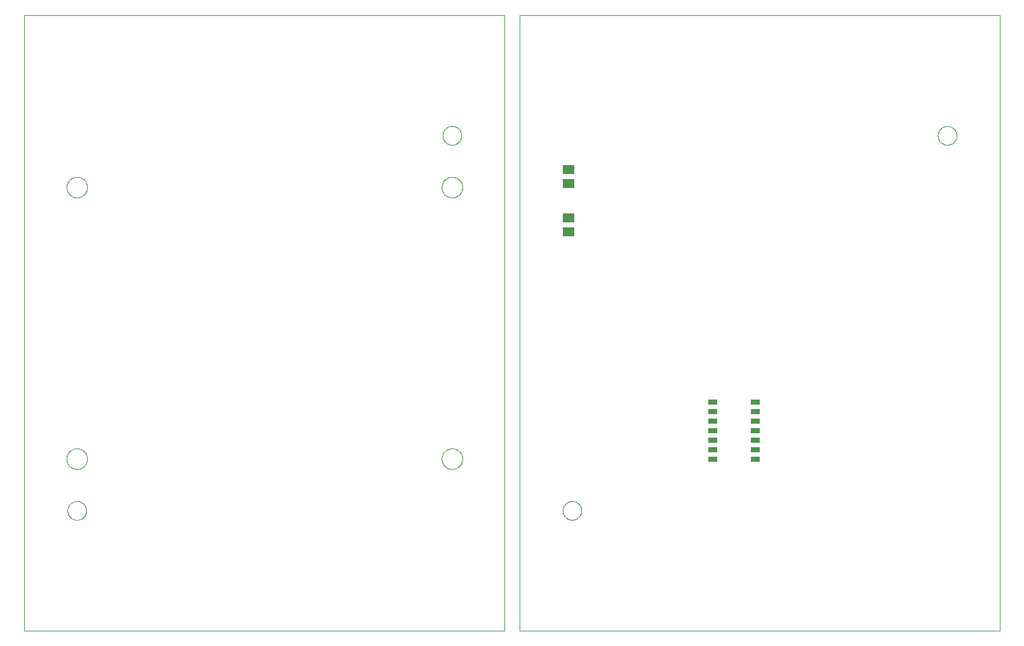
<source format=gbp>
G75*
%MOIN*%
%OFA0B0*%
%FSLAX25Y25*%
%IPPOS*%
%LPD*%
%AMOC8*
5,1,8,0,0,1.08239X$1,22.5*
%
%ADD10C,0.00000*%
%ADD11R,0.05000X0.02500*%
%ADD12R,0.05906X0.05118*%
D10*
X0001300Y0011772D02*
X0001300Y0334606D01*
X0253269Y0334606D01*
X0253269Y0011772D01*
X0001300Y0011772D01*
X0023938Y0074764D02*
X0023940Y0074904D01*
X0023946Y0075044D01*
X0023956Y0075183D01*
X0023970Y0075322D01*
X0023988Y0075461D01*
X0024009Y0075599D01*
X0024035Y0075737D01*
X0024065Y0075874D01*
X0024098Y0076009D01*
X0024136Y0076144D01*
X0024177Y0076278D01*
X0024222Y0076411D01*
X0024270Y0076542D01*
X0024323Y0076671D01*
X0024379Y0076800D01*
X0024438Y0076926D01*
X0024502Y0077051D01*
X0024568Y0077174D01*
X0024639Y0077295D01*
X0024712Y0077414D01*
X0024789Y0077531D01*
X0024870Y0077645D01*
X0024953Y0077757D01*
X0025040Y0077867D01*
X0025130Y0077975D01*
X0025222Y0078079D01*
X0025318Y0078181D01*
X0025417Y0078281D01*
X0025518Y0078377D01*
X0025622Y0078471D01*
X0025729Y0078561D01*
X0025838Y0078648D01*
X0025950Y0078733D01*
X0026064Y0078814D01*
X0026180Y0078892D01*
X0026298Y0078966D01*
X0026419Y0079037D01*
X0026541Y0079105D01*
X0026666Y0079169D01*
X0026792Y0079230D01*
X0026919Y0079287D01*
X0027049Y0079340D01*
X0027180Y0079390D01*
X0027312Y0079435D01*
X0027445Y0079478D01*
X0027580Y0079516D01*
X0027715Y0079550D01*
X0027852Y0079581D01*
X0027989Y0079608D01*
X0028127Y0079630D01*
X0028266Y0079649D01*
X0028405Y0079664D01*
X0028544Y0079675D01*
X0028684Y0079682D01*
X0028824Y0079685D01*
X0028964Y0079684D01*
X0029104Y0079679D01*
X0029243Y0079670D01*
X0029383Y0079657D01*
X0029522Y0079640D01*
X0029660Y0079619D01*
X0029798Y0079595D01*
X0029935Y0079566D01*
X0030071Y0079534D01*
X0030206Y0079497D01*
X0030340Y0079457D01*
X0030473Y0079413D01*
X0030604Y0079365D01*
X0030734Y0079314D01*
X0030863Y0079259D01*
X0030990Y0079200D01*
X0031115Y0079137D01*
X0031238Y0079072D01*
X0031360Y0079002D01*
X0031479Y0078929D01*
X0031597Y0078853D01*
X0031712Y0078774D01*
X0031825Y0078691D01*
X0031935Y0078605D01*
X0032043Y0078516D01*
X0032148Y0078424D01*
X0032251Y0078329D01*
X0032351Y0078231D01*
X0032448Y0078131D01*
X0032542Y0078027D01*
X0032634Y0077921D01*
X0032722Y0077813D01*
X0032807Y0077702D01*
X0032889Y0077588D01*
X0032968Y0077472D01*
X0033043Y0077355D01*
X0033115Y0077235D01*
X0033183Y0077113D01*
X0033248Y0076989D01*
X0033310Y0076863D01*
X0033368Y0076736D01*
X0033422Y0076607D01*
X0033473Y0076476D01*
X0033519Y0076344D01*
X0033562Y0076211D01*
X0033602Y0076077D01*
X0033637Y0075942D01*
X0033669Y0075805D01*
X0033696Y0075668D01*
X0033720Y0075530D01*
X0033740Y0075392D01*
X0033756Y0075253D01*
X0033768Y0075113D01*
X0033776Y0074974D01*
X0033780Y0074834D01*
X0033780Y0074694D01*
X0033776Y0074554D01*
X0033768Y0074415D01*
X0033756Y0074275D01*
X0033740Y0074136D01*
X0033720Y0073998D01*
X0033696Y0073860D01*
X0033669Y0073723D01*
X0033637Y0073586D01*
X0033602Y0073451D01*
X0033562Y0073317D01*
X0033519Y0073184D01*
X0033473Y0073052D01*
X0033422Y0072921D01*
X0033368Y0072792D01*
X0033310Y0072665D01*
X0033248Y0072539D01*
X0033183Y0072415D01*
X0033115Y0072293D01*
X0033043Y0072173D01*
X0032968Y0072056D01*
X0032889Y0071940D01*
X0032807Y0071826D01*
X0032722Y0071715D01*
X0032634Y0071607D01*
X0032542Y0071501D01*
X0032448Y0071397D01*
X0032351Y0071297D01*
X0032251Y0071199D01*
X0032148Y0071104D01*
X0032043Y0071012D01*
X0031935Y0070923D01*
X0031825Y0070837D01*
X0031712Y0070754D01*
X0031597Y0070675D01*
X0031479Y0070599D01*
X0031360Y0070526D01*
X0031238Y0070456D01*
X0031115Y0070391D01*
X0030990Y0070328D01*
X0030863Y0070269D01*
X0030734Y0070214D01*
X0030604Y0070163D01*
X0030473Y0070115D01*
X0030340Y0070071D01*
X0030206Y0070031D01*
X0030071Y0069994D01*
X0029935Y0069962D01*
X0029798Y0069933D01*
X0029660Y0069909D01*
X0029522Y0069888D01*
X0029383Y0069871D01*
X0029243Y0069858D01*
X0029104Y0069849D01*
X0028964Y0069844D01*
X0028824Y0069843D01*
X0028684Y0069846D01*
X0028544Y0069853D01*
X0028405Y0069864D01*
X0028266Y0069879D01*
X0028127Y0069898D01*
X0027989Y0069920D01*
X0027852Y0069947D01*
X0027715Y0069978D01*
X0027580Y0070012D01*
X0027445Y0070050D01*
X0027312Y0070093D01*
X0027180Y0070138D01*
X0027049Y0070188D01*
X0026919Y0070241D01*
X0026792Y0070298D01*
X0026666Y0070359D01*
X0026541Y0070423D01*
X0026419Y0070491D01*
X0026298Y0070562D01*
X0026180Y0070636D01*
X0026064Y0070714D01*
X0025950Y0070795D01*
X0025838Y0070880D01*
X0025729Y0070967D01*
X0025622Y0071057D01*
X0025518Y0071151D01*
X0025417Y0071247D01*
X0025318Y0071347D01*
X0025222Y0071449D01*
X0025130Y0071553D01*
X0025040Y0071661D01*
X0024953Y0071771D01*
X0024870Y0071883D01*
X0024789Y0071997D01*
X0024712Y0072114D01*
X0024639Y0072233D01*
X0024568Y0072354D01*
X0024502Y0072477D01*
X0024438Y0072602D01*
X0024379Y0072728D01*
X0024323Y0072857D01*
X0024270Y0072986D01*
X0024222Y0073117D01*
X0024177Y0073250D01*
X0024136Y0073384D01*
X0024098Y0073519D01*
X0024065Y0073654D01*
X0024035Y0073791D01*
X0024009Y0073929D01*
X0023988Y0074067D01*
X0023970Y0074206D01*
X0023956Y0074345D01*
X0023946Y0074484D01*
X0023940Y0074624D01*
X0023938Y0074764D01*
X0023446Y0101929D02*
X0023448Y0102076D01*
X0023454Y0102222D01*
X0023464Y0102368D01*
X0023478Y0102514D01*
X0023496Y0102660D01*
X0023517Y0102805D01*
X0023543Y0102949D01*
X0023573Y0103093D01*
X0023606Y0103235D01*
X0023643Y0103377D01*
X0023684Y0103518D01*
X0023729Y0103657D01*
X0023778Y0103796D01*
X0023830Y0103933D01*
X0023887Y0104068D01*
X0023946Y0104202D01*
X0024010Y0104334D01*
X0024077Y0104464D01*
X0024147Y0104593D01*
X0024221Y0104720D01*
X0024298Y0104844D01*
X0024379Y0104967D01*
X0024463Y0105087D01*
X0024550Y0105205D01*
X0024640Y0105320D01*
X0024733Y0105433D01*
X0024830Y0105544D01*
X0024929Y0105652D01*
X0025031Y0105757D01*
X0025136Y0105859D01*
X0025244Y0105958D01*
X0025355Y0106055D01*
X0025468Y0106148D01*
X0025583Y0106238D01*
X0025701Y0106325D01*
X0025821Y0106409D01*
X0025944Y0106490D01*
X0026068Y0106567D01*
X0026195Y0106641D01*
X0026324Y0106711D01*
X0026454Y0106778D01*
X0026586Y0106842D01*
X0026720Y0106901D01*
X0026855Y0106958D01*
X0026992Y0107010D01*
X0027131Y0107059D01*
X0027270Y0107104D01*
X0027411Y0107145D01*
X0027553Y0107182D01*
X0027695Y0107215D01*
X0027839Y0107245D01*
X0027983Y0107271D01*
X0028128Y0107292D01*
X0028274Y0107310D01*
X0028420Y0107324D01*
X0028566Y0107334D01*
X0028712Y0107340D01*
X0028859Y0107342D01*
X0029006Y0107340D01*
X0029152Y0107334D01*
X0029298Y0107324D01*
X0029444Y0107310D01*
X0029590Y0107292D01*
X0029735Y0107271D01*
X0029879Y0107245D01*
X0030023Y0107215D01*
X0030165Y0107182D01*
X0030307Y0107145D01*
X0030448Y0107104D01*
X0030587Y0107059D01*
X0030726Y0107010D01*
X0030863Y0106958D01*
X0030998Y0106901D01*
X0031132Y0106842D01*
X0031264Y0106778D01*
X0031394Y0106711D01*
X0031523Y0106641D01*
X0031650Y0106567D01*
X0031774Y0106490D01*
X0031897Y0106409D01*
X0032017Y0106325D01*
X0032135Y0106238D01*
X0032250Y0106148D01*
X0032363Y0106055D01*
X0032474Y0105958D01*
X0032582Y0105859D01*
X0032687Y0105757D01*
X0032789Y0105652D01*
X0032888Y0105544D01*
X0032985Y0105433D01*
X0033078Y0105320D01*
X0033168Y0105205D01*
X0033255Y0105087D01*
X0033339Y0104967D01*
X0033420Y0104844D01*
X0033497Y0104720D01*
X0033571Y0104593D01*
X0033641Y0104464D01*
X0033708Y0104334D01*
X0033772Y0104202D01*
X0033831Y0104068D01*
X0033888Y0103933D01*
X0033940Y0103796D01*
X0033989Y0103657D01*
X0034034Y0103518D01*
X0034075Y0103377D01*
X0034112Y0103235D01*
X0034145Y0103093D01*
X0034175Y0102949D01*
X0034201Y0102805D01*
X0034222Y0102660D01*
X0034240Y0102514D01*
X0034254Y0102368D01*
X0034264Y0102222D01*
X0034270Y0102076D01*
X0034272Y0101929D01*
X0034270Y0101782D01*
X0034264Y0101636D01*
X0034254Y0101490D01*
X0034240Y0101344D01*
X0034222Y0101198D01*
X0034201Y0101053D01*
X0034175Y0100909D01*
X0034145Y0100765D01*
X0034112Y0100623D01*
X0034075Y0100481D01*
X0034034Y0100340D01*
X0033989Y0100201D01*
X0033940Y0100062D01*
X0033888Y0099925D01*
X0033831Y0099790D01*
X0033772Y0099656D01*
X0033708Y0099524D01*
X0033641Y0099394D01*
X0033571Y0099265D01*
X0033497Y0099138D01*
X0033420Y0099014D01*
X0033339Y0098891D01*
X0033255Y0098771D01*
X0033168Y0098653D01*
X0033078Y0098538D01*
X0032985Y0098425D01*
X0032888Y0098314D01*
X0032789Y0098206D01*
X0032687Y0098101D01*
X0032582Y0097999D01*
X0032474Y0097900D01*
X0032363Y0097803D01*
X0032250Y0097710D01*
X0032135Y0097620D01*
X0032017Y0097533D01*
X0031897Y0097449D01*
X0031774Y0097368D01*
X0031650Y0097291D01*
X0031523Y0097217D01*
X0031394Y0097147D01*
X0031264Y0097080D01*
X0031132Y0097016D01*
X0030998Y0096957D01*
X0030863Y0096900D01*
X0030726Y0096848D01*
X0030587Y0096799D01*
X0030448Y0096754D01*
X0030307Y0096713D01*
X0030165Y0096676D01*
X0030023Y0096643D01*
X0029879Y0096613D01*
X0029735Y0096587D01*
X0029590Y0096566D01*
X0029444Y0096548D01*
X0029298Y0096534D01*
X0029152Y0096524D01*
X0029006Y0096518D01*
X0028859Y0096516D01*
X0028712Y0096518D01*
X0028566Y0096524D01*
X0028420Y0096534D01*
X0028274Y0096548D01*
X0028128Y0096566D01*
X0027983Y0096587D01*
X0027839Y0096613D01*
X0027695Y0096643D01*
X0027553Y0096676D01*
X0027411Y0096713D01*
X0027270Y0096754D01*
X0027131Y0096799D01*
X0026992Y0096848D01*
X0026855Y0096900D01*
X0026720Y0096957D01*
X0026586Y0097016D01*
X0026454Y0097080D01*
X0026324Y0097147D01*
X0026195Y0097217D01*
X0026068Y0097291D01*
X0025944Y0097368D01*
X0025821Y0097449D01*
X0025701Y0097533D01*
X0025583Y0097620D01*
X0025468Y0097710D01*
X0025355Y0097803D01*
X0025244Y0097900D01*
X0025136Y0097999D01*
X0025031Y0098101D01*
X0024929Y0098206D01*
X0024830Y0098314D01*
X0024733Y0098425D01*
X0024640Y0098538D01*
X0024550Y0098653D01*
X0024463Y0098771D01*
X0024379Y0098891D01*
X0024298Y0099014D01*
X0024221Y0099138D01*
X0024147Y0099265D01*
X0024077Y0099394D01*
X0024010Y0099524D01*
X0023946Y0099656D01*
X0023887Y0099790D01*
X0023830Y0099925D01*
X0023778Y0100062D01*
X0023729Y0100201D01*
X0023684Y0100340D01*
X0023643Y0100481D01*
X0023606Y0100623D01*
X0023573Y0100765D01*
X0023543Y0100909D01*
X0023517Y0101053D01*
X0023496Y0101198D01*
X0023478Y0101344D01*
X0023464Y0101490D01*
X0023454Y0101636D01*
X0023448Y0101782D01*
X0023446Y0101929D01*
X0220296Y0101929D02*
X0220298Y0102076D01*
X0220304Y0102222D01*
X0220314Y0102368D01*
X0220328Y0102514D01*
X0220346Y0102660D01*
X0220367Y0102805D01*
X0220393Y0102949D01*
X0220423Y0103093D01*
X0220456Y0103235D01*
X0220493Y0103377D01*
X0220534Y0103518D01*
X0220579Y0103657D01*
X0220628Y0103796D01*
X0220680Y0103933D01*
X0220737Y0104068D01*
X0220796Y0104202D01*
X0220860Y0104334D01*
X0220927Y0104464D01*
X0220997Y0104593D01*
X0221071Y0104720D01*
X0221148Y0104844D01*
X0221229Y0104967D01*
X0221313Y0105087D01*
X0221400Y0105205D01*
X0221490Y0105320D01*
X0221583Y0105433D01*
X0221680Y0105544D01*
X0221779Y0105652D01*
X0221881Y0105757D01*
X0221986Y0105859D01*
X0222094Y0105958D01*
X0222205Y0106055D01*
X0222318Y0106148D01*
X0222433Y0106238D01*
X0222551Y0106325D01*
X0222671Y0106409D01*
X0222794Y0106490D01*
X0222918Y0106567D01*
X0223045Y0106641D01*
X0223174Y0106711D01*
X0223304Y0106778D01*
X0223436Y0106842D01*
X0223570Y0106901D01*
X0223705Y0106958D01*
X0223842Y0107010D01*
X0223981Y0107059D01*
X0224120Y0107104D01*
X0224261Y0107145D01*
X0224403Y0107182D01*
X0224545Y0107215D01*
X0224689Y0107245D01*
X0224833Y0107271D01*
X0224978Y0107292D01*
X0225124Y0107310D01*
X0225270Y0107324D01*
X0225416Y0107334D01*
X0225562Y0107340D01*
X0225709Y0107342D01*
X0225856Y0107340D01*
X0226002Y0107334D01*
X0226148Y0107324D01*
X0226294Y0107310D01*
X0226440Y0107292D01*
X0226585Y0107271D01*
X0226729Y0107245D01*
X0226873Y0107215D01*
X0227015Y0107182D01*
X0227157Y0107145D01*
X0227298Y0107104D01*
X0227437Y0107059D01*
X0227576Y0107010D01*
X0227713Y0106958D01*
X0227848Y0106901D01*
X0227982Y0106842D01*
X0228114Y0106778D01*
X0228244Y0106711D01*
X0228373Y0106641D01*
X0228500Y0106567D01*
X0228624Y0106490D01*
X0228747Y0106409D01*
X0228867Y0106325D01*
X0228985Y0106238D01*
X0229100Y0106148D01*
X0229213Y0106055D01*
X0229324Y0105958D01*
X0229432Y0105859D01*
X0229537Y0105757D01*
X0229639Y0105652D01*
X0229738Y0105544D01*
X0229835Y0105433D01*
X0229928Y0105320D01*
X0230018Y0105205D01*
X0230105Y0105087D01*
X0230189Y0104967D01*
X0230270Y0104844D01*
X0230347Y0104720D01*
X0230421Y0104593D01*
X0230491Y0104464D01*
X0230558Y0104334D01*
X0230622Y0104202D01*
X0230681Y0104068D01*
X0230738Y0103933D01*
X0230790Y0103796D01*
X0230839Y0103657D01*
X0230884Y0103518D01*
X0230925Y0103377D01*
X0230962Y0103235D01*
X0230995Y0103093D01*
X0231025Y0102949D01*
X0231051Y0102805D01*
X0231072Y0102660D01*
X0231090Y0102514D01*
X0231104Y0102368D01*
X0231114Y0102222D01*
X0231120Y0102076D01*
X0231122Y0101929D01*
X0231120Y0101782D01*
X0231114Y0101636D01*
X0231104Y0101490D01*
X0231090Y0101344D01*
X0231072Y0101198D01*
X0231051Y0101053D01*
X0231025Y0100909D01*
X0230995Y0100765D01*
X0230962Y0100623D01*
X0230925Y0100481D01*
X0230884Y0100340D01*
X0230839Y0100201D01*
X0230790Y0100062D01*
X0230738Y0099925D01*
X0230681Y0099790D01*
X0230622Y0099656D01*
X0230558Y0099524D01*
X0230491Y0099394D01*
X0230421Y0099265D01*
X0230347Y0099138D01*
X0230270Y0099014D01*
X0230189Y0098891D01*
X0230105Y0098771D01*
X0230018Y0098653D01*
X0229928Y0098538D01*
X0229835Y0098425D01*
X0229738Y0098314D01*
X0229639Y0098206D01*
X0229537Y0098101D01*
X0229432Y0097999D01*
X0229324Y0097900D01*
X0229213Y0097803D01*
X0229100Y0097710D01*
X0228985Y0097620D01*
X0228867Y0097533D01*
X0228747Y0097449D01*
X0228624Y0097368D01*
X0228500Y0097291D01*
X0228373Y0097217D01*
X0228244Y0097147D01*
X0228114Y0097080D01*
X0227982Y0097016D01*
X0227848Y0096957D01*
X0227713Y0096900D01*
X0227576Y0096848D01*
X0227437Y0096799D01*
X0227298Y0096754D01*
X0227157Y0096713D01*
X0227015Y0096676D01*
X0226873Y0096643D01*
X0226729Y0096613D01*
X0226585Y0096587D01*
X0226440Y0096566D01*
X0226294Y0096548D01*
X0226148Y0096534D01*
X0226002Y0096524D01*
X0225856Y0096518D01*
X0225709Y0096516D01*
X0225562Y0096518D01*
X0225416Y0096524D01*
X0225270Y0096534D01*
X0225124Y0096548D01*
X0224978Y0096566D01*
X0224833Y0096587D01*
X0224689Y0096613D01*
X0224545Y0096643D01*
X0224403Y0096676D01*
X0224261Y0096713D01*
X0224120Y0096754D01*
X0223981Y0096799D01*
X0223842Y0096848D01*
X0223705Y0096900D01*
X0223570Y0096957D01*
X0223436Y0097016D01*
X0223304Y0097080D01*
X0223174Y0097147D01*
X0223045Y0097217D01*
X0222918Y0097291D01*
X0222794Y0097368D01*
X0222671Y0097449D01*
X0222551Y0097533D01*
X0222433Y0097620D01*
X0222318Y0097710D01*
X0222205Y0097803D01*
X0222094Y0097900D01*
X0221986Y0097999D01*
X0221881Y0098101D01*
X0221779Y0098206D01*
X0221680Y0098314D01*
X0221583Y0098425D01*
X0221490Y0098538D01*
X0221400Y0098653D01*
X0221313Y0098771D01*
X0221229Y0098891D01*
X0221148Y0099014D01*
X0221071Y0099138D01*
X0220997Y0099265D01*
X0220927Y0099394D01*
X0220860Y0099524D01*
X0220796Y0099656D01*
X0220737Y0099790D01*
X0220680Y0099925D01*
X0220628Y0100062D01*
X0220579Y0100201D01*
X0220534Y0100340D01*
X0220493Y0100481D01*
X0220456Y0100623D01*
X0220423Y0100765D01*
X0220393Y0100909D01*
X0220367Y0101053D01*
X0220346Y0101198D01*
X0220328Y0101344D01*
X0220314Y0101490D01*
X0220304Y0101636D01*
X0220298Y0101782D01*
X0220296Y0101929D01*
X0283781Y0074764D02*
X0283783Y0074904D01*
X0283789Y0075044D01*
X0283799Y0075183D01*
X0283813Y0075322D01*
X0283831Y0075461D01*
X0283852Y0075599D01*
X0283878Y0075737D01*
X0283908Y0075874D01*
X0283941Y0076009D01*
X0283979Y0076144D01*
X0284020Y0076278D01*
X0284065Y0076411D01*
X0284113Y0076542D01*
X0284166Y0076671D01*
X0284222Y0076800D01*
X0284281Y0076926D01*
X0284345Y0077051D01*
X0284411Y0077174D01*
X0284482Y0077295D01*
X0284555Y0077414D01*
X0284632Y0077531D01*
X0284713Y0077645D01*
X0284796Y0077757D01*
X0284883Y0077867D01*
X0284973Y0077975D01*
X0285065Y0078079D01*
X0285161Y0078181D01*
X0285260Y0078281D01*
X0285361Y0078377D01*
X0285465Y0078471D01*
X0285572Y0078561D01*
X0285681Y0078648D01*
X0285793Y0078733D01*
X0285907Y0078814D01*
X0286023Y0078892D01*
X0286141Y0078966D01*
X0286262Y0079037D01*
X0286384Y0079105D01*
X0286509Y0079169D01*
X0286635Y0079230D01*
X0286762Y0079287D01*
X0286892Y0079340D01*
X0287023Y0079390D01*
X0287155Y0079435D01*
X0287288Y0079478D01*
X0287423Y0079516D01*
X0287558Y0079550D01*
X0287695Y0079581D01*
X0287832Y0079608D01*
X0287970Y0079630D01*
X0288109Y0079649D01*
X0288248Y0079664D01*
X0288387Y0079675D01*
X0288527Y0079682D01*
X0288667Y0079685D01*
X0288807Y0079684D01*
X0288947Y0079679D01*
X0289086Y0079670D01*
X0289226Y0079657D01*
X0289365Y0079640D01*
X0289503Y0079619D01*
X0289641Y0079595D01*
X0289778Y0079566D01*
X0289914Y0079534D01*
X0290049Y0079497D01*
X0290183Y0079457D01*
X0290316Y0079413D01*
X0290447Y0079365D01*
X0290577Y0079314D01*
X0290706Y0079259D01*
X0290833Y0079200D01*
X0290958Y0079137D01*
X0291081Y0079072D01*
X0291203Y0079002D01*
X0291322Y0078929D01*
X0291440Y0078853D01*
X0291555Y0078774D01*
X0291668Y0078691D01*
X0291778Y0078605D01*
X0291886Y0078516D01*
X0291991Y0078424D01*
X0292094Y0078329D01*
X0292194Y0078231D01*
X0292291Y0078131D01*
X0292385Y0078027D01*
X0292477Y0077921D01*
X0292565Y0077813D01*
X0292650Y0077702D01*
X0292732Y0077588D01*
X0292811Y0077472D01*
X0292886Y0077355D01*
X0292958Y0077235D01*
X0293026Y0077113D01*
X0293091Y0076989D01*
X0293153Y0076863D01*
X0293211Y0076736D01*
X0293265Y0076607D01*
X0293316Y0076476D01*
X0293362Y0076344D01*
X0293405Y0076211D01*
X0293445Y0076077D01*
X0293480Y0075942D01*
X0293512Y0075805D01*
X0293539Y0075668D01*
X0293563Y0075530D01*
X0293583Y0075392D01*
X0293599Y0075253D01*
X0293611Y0075113D01*
X0293619Y0074974D01*
X0293623Y0074834D01*
X0293623Y0074694D01*
X0293619Y0074554D01*
X0293611Y0074415D01*
X0293599Y0074275D01*
X0293583Y0074136D01*
X0293563Y0073998D01*
X0293539Y0073860D01*
X0293512Y0073723D01*
X0293480Y0073586D01*
X0293445Y0073451D01*
X0293405Y0073317D01*
X0293362Y0073184D01*
X0293316Y0073052D01*
X0293265Y0072921D01*
X0293211Y0072792D01*
X0293153Y0072665D01*
X0293091Y0072539D01*
X0293026Y0072415D01*
X0292958Y0072293D01*
X0292886Y0072173D01*
X0292811Y0072056D01*
X0292732Y0071940D01*
X0292650Y0071826D01*
X0292565Y0071715D01*
X0292477Y0071607D01*
X0292385Y0071501D01*
X0292291Y0071397D01*
X0292194Y0071297D01*
X0292094Y0071199D01*
X0291991Y0071104D01*
X0291886Y0071012D01*
X0291778Y0070923D01*
X0291668Y0070837D01*
X0291555Y0070754D01*
X0291440Y0070675D01*
X0291322Y0070599D01*
X0291203Y0070526D01*
X0291081Y0070456D01*
X0290958Y0070391D01*
X0290833Y0070328D01*
X0290706Y0070269D01*
X0290577Y0070214D01*
X0290447Y0070163D01*
X0290316Y0070115D01*
X0290183Y0070071D01*
X0290049Y0070031D01*
X0289914Y0069994D01*
X0289778Y0069962D01*
X0289641Y0069933D01*
X0289503Y0069909D01*
X0289365Y0069888D01*
X0289226Y0069871D01*
X0289086Y0069858D01*
X0288947Y0069849D01*
X0288807Y0069844D01*
X0288667Y0069843D01*
X0288527Y0069846D01*
X0288387Y0069853D01*
X0288248Y0069864D01*
X0288109Y0069879D01*
X0287970Y0069898D01*
X0287832Y0069920D01*
X0287695Y0069947D01*
X0287558Y0069978D01*
X0287423Y0070012D01*
X0287288Y0070050D01*
X0287155Y0070093D01*
X0287023Y0070138D01*
X0286892Y0070188D01*
X0286762Y0070241D01*
X0286635Y0070298D01*
X0286509Y0070359D01*
X0286384Y0070423D01*
X0286262Y0070491D01*
X0286141Y0070562D01*
X0286023Y0070636D01*
X0285907Y0070714D01*
X0285793Y0070795D01*
X0285681Y0070880D01*
X0285572Y0070967D01*
X0285465Y0071057D01*
X0285361Y0071151D01*
X0285260Y0071247D01*
X0285161Y0071347D01*
X0285065Y0071449D01*
X0284973Y0071553D01*
X0284883Y0071661D01*
X0284796Y0071771D01*
X0284713Y0071883D01*
X0284632Y0071997D01*
X0284555Y0072114D01*
X0284482Y0072233D01*
X0284411Y0072354D01*
X0284345Y0072477D01*
X0284281Y0072602D01*
X0284222Y0072728D01*
X0284166Y0072857D01*
X0284113Y0072986D01*
X0284065Y0073117D01*
X0284020Y0073250D01*
X0283979Y0073384D01*
X0283941Y0073519D01*
X0283908Y0073654D01*
X0283878Y0073791D01*
X0283852Y0073929D01*
X0283831Y0074067D01*
X0283813Y0074206D01*
X0283799Y0074345D01*
X0283789Y0074484D01*
X0283783Y0074624D01*
X0283781Y0074764D01*
X0261143Y0011772D02*
X0261143Y0334606D01*
X0513111Y0334606D01*
X0513111Y0011772D01*
X0261143Y0011772D01*
X0220296Y0244449D02*
X0220298Y0244596D01*
X0220304Y0244742D01*
X0220314Y0244888D01*
X0220328Y0245034D01*
X0220346Y0245180D01*
X0220367Y0245325D01*
X0220393Y0245469D01*
X0220423Y0245613D01*
X0220456Y0245755D01*
X0220493Y0245897D01*
X0220534Y0246038D01*
X0220579Y0246177D01*
X0220628Y0246316D01*
X0220680Y0246453D01*
X0220737Y0246588D01*
X0220796Y0246722D01*
X0220860Y0246854D01*
X0220927Y0246984D01*
X0220997Y0247113D01*
X0221071Y0247240D01*
X0221148Y0247364D01*
X0221229Y0247487D01*
X0221313Y0247607D01*
X0221400Y0247725D01*
X0221490Y0247840D01*
X0221583Y0247953D01*
X0221680Y0248064D01*
X0221779Y0248172D01*
X0221881Y0248277D01*
X0221986Y0248379D01*
X0222094Y0248478D01*
X0222205Y0248575D01*
X0222318Y0248668D01*
X0222433Y0248758D01*
X0222551Y0248845D01*
X0222671Y0248929D01*
X0222794Y0249010D01*
X0222918Y0249087D01*
X0223045Y0249161D01*
X0223174Y0249231D01*
X0223304Y0249298D01*
X0223436Y0249362D01*
X0223570Y0249421D01*
X0223705Y0249478D01*
X0223842Y0249530D01*
X0223981Y0249579D01*
X0224120Y0249624D01*
X0224261Y0249665D01*
X0224403Y0249702D01*
X0224545Y0249735D01*
X0224689Y0249765D01*
X0224833Y0249791D01*
X0224978Y0249812D01*
X0225124Y0249830D01*
X0225270Y0249844D01*
X0225416Y0249854D01*
X0225562Y0249860D01*
X0225709Y0249862D01*
X0225856Y0249860D01*
X0226002Y0249854D01*
X0226148Y0249844D01*
X0226294Y0249830D01*
X0226440Y0249812D01*
X0226585Y0249791D01*
X0226729Y0249765D01*
X0226873Y0249735D01*
X0227015Y0249702D01*
X0227157Y0249665D01*
X0227298Y0249624D01*
X0227437Y0249579D01*
X0227576Y0249530D01*
X0227713Y0249478D01*
X0227848Y0249421D01*
X0227982Y0249362D01*
X0228114Y0249298D01*
X0228244Y0249231D01*
X0228373Y0249161D01*
X0228500Y0249087D01*
X0228624Y0249010D01*
X0228747Y0248929D01*
X0228867Y0248845D01*
X0228985Y0248758D01*
X0229100Y0248668D01*
X0229213Y0248575D01*
X0229324Y0248478D01*
X0229432Y0248379D01*
X0229537Y0248277D01*
X0229639Y0248172D01*
X0229738Y0248064D01*
X0229835Y0247953D01*
X0229928Y0247840D01*
X0230018Y0247725D01*
X0230105Y0247607D01*
X0230189Y0247487D01*
X0230270Y0247364D01*
X0230347Y0247240D01*
X0230421Y0247113D01*
X0230491Y0246984D01*
X0230558Y0246854D01*
X0230622Y0246722D01*
X0230681Y0246588D01*
X0230738Y0246453D01*
X0230790Y0246316D01*
X0230839Y0246177D01*
X0230884Y0246038D01*
X0230925Y0245897D01*
X0230962Y0245755D01*
X0230995Y0245613D01*
X0231025Y0245469D01*
X0231051Y0245325D01*
X0231072Y0245180D01*
X0231090Y0245034D01*
X0231104Y0244888D01*
X0231114Y0244742D01*
X0231120Y0244596D01*
X0231122Y0244449D01*
X0231120Y0244302D01*
X0231114Y0244156D01*
X0231104Y0244010D01*
X0231090Y0243864D01*
X0231072Y0243718D01*
X0231051Y0243573D01*
X0231025Y0243429D01*
X0230995Y0243285D01*
X0230962Y0243143D01*
X0230925Y0243001D01*
X0230884Y0242860D01*
X0230839Y0242721D01*
X0230790Y0242582D01*
X0230738Y0242445D01*
X0230681Y0242310D01*
X0230622Y0242176D01*
X0230558Y0242044D01*
X0230491Y0241914D01*
X0230421Y0241785D01*
X0230347Y0241658D01*
X0230270Y0241534D01*
X0230189Y0241411D01*
X0230105Y0241291D01*
X0230018Y0241173D01*
X0229928Y0241058D01*
X0229835Y0240945D01*
X0229738Y0240834D01*
X0229639Y0240726D01*
X0229537Y0240621D01*
X0229432Y0240519D01*
X0229324Y0240420D01*
X0229213Y0240323D01*
X0229100Y0240230D01*
X0228985Y0240140D01*
X0228867Y0240053D01*
X0228747Y0239969D01*
X0228624Y0239888D01*
X0228500Y0239811D01*
X0228373Y0239737D01*
X0228244Y0239667D01*
X0228114Y0239600D01*
X0227982Y0239536D01*
X0227848Y0239477D01*
X0227713Y0239420D01*
X0227576Y0239368D01*
X0227437Y0239319D01*
X0227298Y0239274D01*
X0227157Y0239233D01*
X0227015Y0239196D01*
X0226873Y0239163D01*
X0226729Y0239133D01*
X0226585Y0239107D01*
X0226440Y0239086D01*
X0226294Y0239068D01*
X0226148Y0239054D01*
X0226002Y0239044D01*
X0225856Y0239038D01*
X0225709Y0239036D01*
X0225562Y0239038D01*
X0225416Y0239044D01*
X0225270Y0239054D01*
X0225124Y0239068D01*
X0224978Y0239086D01*
X0224833Y0239107D01*
X0224689Y0239133D01*
X0224545Y0239163D01*
X0224403Y0239196D01*
X0224261Y0239233D01*
X0224120Y0239274D01*
X0223981Y0239319D01*
X0223842Y0239368D01*
X0223705Y0239420D01*
X0223570Y0239477D01*
X0223436Y0239536D01*
X0223304Y0239600D01*
X0223174Y0239667D01*
X0223045Y0239737D01*
X0222918Y0239811D01*
X0222794Y0239888D01*
X0222671Y0239969D01*
X0222551Y0240053D01*
X0222433Y0240140D01*
X0222318Y0240230D01*
X0222205Y0240323D01*
X0222094Y0240420D01*
X0221986Y0240519D01*
X0221881Y0240621D01*
X0221779Y0240726D01*
X0221680Y0240834D01*
X0221583Y0240945D01*
X0221490Y0241058D01*
X0221400Y0241173D01*
X0221313Y0241291D01*
X0221229Y0241411D01*
X0221148Y0241534D01*
X0221071Y0241658D01*
X0220997Y0241785D01*
X0220927Y0241914D01*
X0220860Y0242044D01*
X0220796Y0242176D01*
X0220737Y0242310D01*
X0220680Y0242445D01*
X0220628Y0242582D01*
X0220579Y0242721D01*
X0220534Y0242860D01*
X0220493Y0243001D01*
X0220456Y0243143D01*
X0220423Y0243285D01*
X0220393Y0243429D01*
X0220367Y0243573D01*
X0220346Y0243718D01*
X0220328Y0243864D01*
X0220314Y0244010D01*
X0220304Y0244156D01*
X0220298Y0244302D01*
X0220296Y0244449D01*
X0220788Y0271614D02*
X0220790Y0271754D01*
X0220796Y0271894D01*
X0220806Y0272033D01*
X0220820Y0272172D01*
X0220838Y0272311D01*
X0220859Y0272449D01*
X0220885Y0272587D01*
X0220915Y0272724D01*
X0220948Y0272859D01*
X0220986Y0272994D01*
X0221027Y0273128D01*
X0221072Y0273261D01*
X0221120Y0273392D01*
X0221173Y0273521D01*
X0221229Y0273650D01*
X0221288Y0273776D01*
X0221352Y0273901D01*
X0221418Y0274024D01*
X0221489Y0274145D01*
X0221562Y0274264D01*
X0221639Y0274381D01*
X0221720Y0274495D01*
X0221803Y0274607D01*
X0221890Y0274717D01*
X0221980Y0274825D01*
X0222072Y0274929D01*
X0222168Y0275031D01*
X0222267Y0275131D01*
X0222368Y0275227D01*
X0222472Y0275321D01*
X0222579Y0275411D01*
X0222688Y0275498D01*
X0222800Y0275583D01*
X0222914Y0275664D01*
X0223030Y0275742D01*
X0223148Y0275816D01*
X0223269Y0275887D01*
X0223391Y0275955D01*
X0223516Y0276019D01*
X0223642Y0276080D01*
X0223769Y0276137D01*
X0223899Y0276190D01*
X0224030Y0276240D01*
X0224162Y0276285D01*
X0224295Y0276328D01*
X0224430Y0276366D01*
X0224565Y0276400D01*
X0224702Y0276431D01*
X0224839Y0276458D01*
X0224977Y0276480D01*
X0225116Y0276499D01*
X0225255Y0276514D01*
X0225394Y0276525D01*
X0225534Y0276532D01*
X0225674Y0276535D01*
X0225814Y0276534D01*
X0225954Y0276529D01*
X0226093Y0276520D01*
X0226233Y0276507D01*
X0226372Y0276490D01*
X0226510Y0276469D01*
X0226648Y0276445D01*
X0226785Y0276416D01*
X0226921Y0276384D01*
X0227056Y0276347D01*
X0227190Y0276307D01*
X0227323Y0276263D01*
X0227454Y0276215D01*
X0227584Y0276164D01*
X0227713Y0276109D01*
X0227840Y0276050D01*
X0227965Y0275987D01*
X0228088Y0275922D01*
X0228210Y0275852D01*
X0228329Y0275779D01*
X0228447Y0275703D01*
X0228562Y0275624D01*
X0228675Y0275541D01*
X0228785Y0275455D01*
X0228893Y0275366D01*
X0228998Y0275274D01*
X0229101Y0275179D01*
X0229201Y0275081D01*
X0229298Y0274981D01*
X0229392Y0274877D01*
X0229484Y0274771D01*
X0229572Y0274663D01*
X0229657Y0274552D01*
X0229739Y0274438D01*
X0229818Y0274322D01*
X0229893Y0274205D01*
X0229965Y0274085D01*
X0230033Y0273963D01*
X0230098Y0273839D01*
X0230160Y0273713D01*
X0230218Y0273586D01*
X0230272Y0273457D01*
X0230323Y0273326D01*
X0230369Y0273194D01*
X0230412Y0273061D01*
X0230452Y0272927D01*
X0230487Y0272792D01*
X0230519Y0272655D01*
X0230546Y0272518D01*
X0230570Y0272380D01*
X0230590Y0272242D01*
X0230606Y0272103D01*
X0230618Y0271963D01*
X0230626Y0271824D01*
X0230630Y0271684D01*
X0230630Y0271544D01*
X0230626Y0271404D01*
X0230618Y0271265D01*
X0230606Y0271125D01*
X0230590Y0270986D01*
X0230570Y0270848D01*
X0230546Y0270710D01*
X0230519Y0270573D01*
X0230487Y0270436D01*
X0230452Y0270301D01*
X0230412Y0270167D01*
X0230369Y0270034D01*
X0230323Y0269902D01*
X0230272Y0269771D01*
X0230218Y0269642D01*
X0230160Y0269515D01*
X0230098Y0269389D01*
X0230033Y0269265D01*
X0229965Y0269143D01*
X0229893Y0269023D01*
X0229818Y0268906D01*
X0229739Y0268790D01*
X0229657Y0268676D01*
X0229572Y0268565D01*
X0229484Y0268457D01*
X0229392Y0268351D01*
X0229298Y0268247D01*
X0229201Y0268147D01*
X0229101Y0268049D01*
X0228998Y0267954D01*
X0228893Y0267862D01*
X0228785Y0267773D01*
X0228675Y0267687D01*
X0228562Y0267604D01*
X0228447Y0267525D01*
X0228329Y0267449D01*
X0228210Y0267376D01*
X0228088Y0267306D01*
X0227965Y0267241D01*
X0227840Y0267178D01*
X0227713Y0267119D01*
X0227584Y0267064D01*
X0227454Y0267013D01*
X0227323Y0266965D01*
X0227190Y0266921D01*
X0227056Y0266881D01*
X0226921Y0266844D01*
X0226785Y0266812D01*
X0226648Y0266783D01*
X0226510Y0266759D01*
X0226372Y0266738D01*
X0226233Y0266721D01*
X0226093Y0266708D01*
X0225954Y0266699D01*
X0225814Y0266694D01*
X0225674Y0266693D01*
X0225534Y0266696D01*
X0225394Y0266703D01*
X0225255Y0266714D01*
X0225116Y0266729D01*
X0224977Y0266748D01*
X0224839Y0266770D01*
X0224702Y0266797D01*
X0224565Y0266828D01*
X0224430Y0266862D01*
X0224295Y0266900D01*
X0224162Y0266943D01*
X0224030Y0266988D01*
X0223899Y0267038D01*
X0223769Y0267091D01*
X0223642Y0267148D01*
X0223516Y0267209D01*
X0223391Y0267273D01*
X0223269Y0267341D01*
X0223148Y0267412D01*
X0223030Y0267486D01*
X0222914Y0267564D01*
X0222800Y0267645D01*
X0222688Y0267730D01*
X0222579Y0267817D01*
X0222472Y0267907D01*
X0222368Y0268001D01*
X0222267Y0268097D01*
X0222168Y0268197D01*
X0222072Y0268299D01*
X0221980Y0268403D01*
X0221890Y0268511D01*
X0221803Y0268621D01*
X0221720Y0268733D01*
X0221639Y0268847D01*
X0221562Y0268964D01*
X0221489Y0269083D01*
X0221418Y0269204D01*
X0221352Y0269327D01*
X0221288Y0269452D01*
X0221229Y0269578D01*
X0221173Y0269707D01*
X0221120Y0269836D01*
X0221072Y0269967D01*
X0221027Y0270100D01*
X0220986Y0270234D01*
X0220948Y0270369D01*
X0220915Y0270504D01*
X0220885Y0270641D01*
X0220859Y0270779D01*
X0220838Y0270917D01*
X0220820Y0271056D01*
X0220806Y0271195D01*
X0220796Y0271334D01*
X0220790Y0271474D01*
X0220788Y0271614D01*
X0023446Y0244449D02*
X0023448Y0244596D01*
X0023454Y0244742D01*
X0023464Y0244888D01*
X0023478Y0245034D01*
X0023496Y0245180D01*
X0023517Y0245325D01*
X0023543Y0245469D01*
X0023573Y0245613D01*
X0023606Y0245755D01*
X0023643Y0245897D01*
X0023684Y0246038D01*
X0023729Y0246177D01*
X0023778Y0246316D01*
X0023830Y0246453D01*
X0023887Y0246588D01*
X0023946Y0246722D01*
X0024010Y0246854D01*
X0024077Y0246984D01*
X0024147Y0247113D01*
X0024221Y0247240D01*
X0024298Y0247364D01*
X0024379Y0247487D01*
X0024463Y0247607D01*
X0024550Y0247725D01*
X0024640Y0247840D01*
X0024733Y0247953D01*
X0024830Y0248064D01*
X0024929Y0248172D01*
X0025031Y0248277D01*
X0025136Y0248379D01*
X0025244Y0248478D01*
X0025355Y0248575D01*
X0025468Y0248668D01*
X0025583Y0248758D01*
X0025701Y0248845D01*
X0025821Y0248929D01*
X0025944Y0249010D01*
X0026068Y0249087D01*
X0026195Y0249161D01*
X0026324Y0249231D01*
X0026454Y0249298D01*
X0026586Y0249362D01*
X0026720Y0249421D01*
X0026855Y0249478D01*
X0026992Y0249530D01*
X0027131Y0249579D01*
X0027270Y0249624D01*
X0027411Y0249665D01*
X0027553Y0249702D01*
X0027695Y0249735D01*
X0027839Y0249765D01*
X0027983Y0249791D01*
X0028128Y0249812D01*
X0028274Y0249830D01*
X0028420Y0249844D01*
X0028566Y0249854D01*
X0028712Y0249860D01*
X0028859Y0249862D01*
X0029006Y0249860D01*
X0029152Y0249854D01*
X0029298Y0249844D01*
X0029444Y0249830D01*
X0029590Y0249812D01*
X0029735Y0249791D01*
X0029879Y0249765D01*
X0030023Y0249735D01*
X0030165Y0249702D01*
X0030307Y0249665D01*
X0030448Y0249624D01*
X0030587Y0249579D01*
X0030726Y0249530D01*
X0030863Y0249478D01*
X0030998Y0249421D01*
X0031132Y0249362D01*
X0031264Y0249298D01*
X0031394Y0249231D01*
X0031523Y0249161D01*
X0031650Y0249087D01*
X0031774Y0249010D01*
X0031897Y0248929D01*
X0032017Y0248845D01*
X0032135Y0248758D01*
X0032250Y0248668D01*
X0032363Y0248575D01*
X0032474Y0248478D01*
X0032582Y0248379D01*
X0032687Y0248277D01*
X0032789Y0248172D01*
X0032888Y0248064D01*
X0032985Y0247953D01*
X0033078Y0247840D01*
X0033168Y0247725D01*
X0033255Y0247607D01*
X0033339Y0247487D01*
X0033420Y0247364D01*
X0033497Y0247240D01*
X0033571Y0247113D01*
X0033641Y0246984D01*
X0033708Y0246854D01*
X0033772Y0246722D01*
X0033831Y0246588D01*
X0033888Y0246453D01*
X0033940Y0246316D01*
X0033989Y0246177D01*
X0034034Y0246038D01*
X0034075Y0245897D01*
X0034112Y0245755D01*
X0034145Y0245613D01*
X0034175Y0245469D01*
X0034201Y0245325D01*
X0034222Y0245180D01*
X0034240Y0245034D01*
X0034254Y0244888D01*
X0034264Y0244742D01*
X0034270Y0244596D01*
X0034272Y0244449D01*
X0034270Y0244302D01*
X0034264Y0244156D01*
X0034254Y0244010D01*
X0034240Y0243864D01*
X0034222Y0243718D01*
X0034201Y0243573D01*
X0034175Y0243429D01*
X0034145Y0243285D01*
X0034112Y0243143D01*
X0034075Y0243001D01*
X0034034Y0242860D01*
X0033989Y0242721D01*
X0033940Y0242582D01*
X0033888Y0242445D01*
X0033831Y0242310D01*
X0033772Y0242176D01*
X0033708Y0242044D01*
X0033641Y0241914D01*
X0033571Y0241785D01*
X0033497Y0241658D01*
X0033420Y0241534D01*
X0033339Y0241411D01*
X0033255Y0241291D01*
X0033168Y0241173D01*
X0033078Y0241058D01*
X0032985Y0240945D01*
X0032888Y0240834D01*
X0032789Y0240726D01*
X0032687Y0240621D01*
X0032582Y0240519D01*
X0032474Y0240420D01*
X0032363Y0240323D01*
X0032250Y0240230D01*
X0032135Y0240140D01*
X0032017Y0240053D01*
X0031897Y0239969D01*
X0031774Y0239888D01*
X0031650Y0239811D01*
X0031523Y0239737D01*
X0031394Y0239667D01*
X0031264Y0239600D01*
X0031132Y0239536D01*
X0030998Y0239477D01*
X0030863Y0239420D01*
X0030726Y0239368D01*
X0030587Y0239319D01*
X0030448Y0239274D01*
X0030307Y0239233D01*
X0030165Y0239196D01*
X0030023Y0239163D01*
X0029879Y0239133D01*
X0029735Y0239107D01*
X0029590Y0239086D01*
X0029444Y0239068D01*
X0029298Y0239054D01*
X0029152Y0239044D01*
X0029006Y0239038D01*
X0028859Y0239036D01*
X0028712Y0239038D01*
X0028566Y0239044D01*
X0028420Y0239054D01*
X0028274Y0239068D01*
X0028128Y0239086D01*
X0027983Y0239107D01*
X0027839Y0239133D01*
X0027695Y0239163D01*
X0027553Y0239196D01*
X0027411Y0239233D01*
X0027270Y0239274D01*
X0027131Y0239319D01*
X0026992Y0239368D01*
X0026855Y0239420D01*
X0026720Y0239477D01*
X0026586Y0239536D01*
X0026454Y0239600D01*
X0026324Y0239667D01*
X0026195Y0239737D01*
X0026068Y0239811D01*
X0025944Y0239888D01*
X0025821Y0239969D01*
X0025701Y0240053D01*
X0025583Y0240140D01*
X0025468Y0240230D01*
X0025355Y0240323D01*
X0025244Y0240420D01*
X0025136Y0240519D01*
X0025031Y0240621D01*
X0024929Y0240726D01*
X0024830Y0240834D01*
X0024733Y0240945D01*
X0024640Y0241058D01*
X0024550Y0241173D01*
X0024463Y0241291D01*
X0024379Y0241411D01*
X0024298Y0241534D01*
X0024221Y0241658D01*
X0024147Y0241785D01*
X0024077Y0241914D01*
X0024010Y0242044D01*
X0023946Y0242176D01*
X0023887Y0242310D01*
X0023830Y0242445D01*
X0023778Y0242582D01*
X0023729Y0242721D01*
X0023684Y0242860D01*
X0023643Y0243001D01*
X0023606Y0243143D01*
X0023573Y0243285D01*
X0023543Y0243429D01*
X0023517Y0243573D01*
X0023496Y0243718D01*
X0023478Y0243864D01*
X0023464Y0244010D01*
X0023454Y0244156D01*
X0023448Y0244302D01*
X0023446Y0244449D01*
X0480631Y0271614D02*
X0480633Y0271754D01*
X0480639Y0271894D01*
X0480649Y0272033D01*
X0480663Y0272172D01*
X0480681Y0272311D01*
X0480702Y0272449D01*
X0480728Y0272587D01*
X0480758Y0272724D01*
X0480791Y0272859D01*
X0480829Y0272994D01*
X0480870Y0273128D01*
X0480915Y0273261D01*
X0480963Y0273392D01*
X0481016Y0273521D01*
X0481072Y0273650D01*
X0481131Y0273776D01*
X0481195Y0273901D01*
X0481261Y0274024D01*
X0481332Y0274145D01*
X0481405Y0274264D01*
X0481482Y0274381D01*
X0481563Y0274495D01*
X0481646Y0274607D01*
X0481733Y0274717D01*
X0481823Y0274825D01*
X0481915Y0274929D01*
X0482011Y0275031D01*
X0482110Y0275131D01*
X0482211Y0275227D01*
X0482315Y0275321D01*
X0482422Y0275411D01*
X0482531Y0275498D01*
X0482643Y0275583D01*
X0482757Y0275664D01*
X0482873Y0275742D01*
X0482991Y0275816D01*
X0483112Y0275887D01*
X0483234Y0275955D01*
X0483359Y0276019D01*
X0483485Y0276080D01*
X0483612Y0276137D01*
X0483742Y0276190D01*
X0483873Y0276240D01*
X0484005Y0276285D01*
X0484138Y0276328D01*
X0484273Y0276366D01*
X0484408Y0276400D01*
X0484545Y0276431D01*
X0484682Y0276458D01*
X0484820Y0276480D01*
X0484959Y0276499D01*
X0485098Y0276514D01*
X0485237Y0276525D01*
X0485377Y0276532D01*
X0485517Y0276535D01*
X0485657Y0276534D01*
X0485797Y0276529D01*
X0485936Y0276520D01*
X0486076Y0276507D01*
X0486215Y0276490D01*
X0486353Y0276469D01*
X0486491Y0276445D01*
X0486628Y0276416D01*
X0486764Y0276384D01*
X0486899Y0276347D01*
X0487033Y0276307D01*
X0487166Y0276263D01*
X0487297Y0276215D01*
X0487427Y0276164D01*
X0487556Y0276109D01*
X0487683Y0276050D01*
X0487808Y0275987D01*
X0487931Y0275922D01*
X0488053Y0275852D01*
X0488172Y0275779D01*
X0488290Y0275703D01*
X0488405Y0275624D01*
X0488518Y0275541D01*
X0488628Y0275455D01*
X0488736Y0275366D01*
X0488841Y0275274D01*
X0488944Y0275179D01*
X0489044Y0275081D01*
X0489141Y0274981D01*
X0489235Y0274877D01*
X0489327Y0274771D01*
X0489415Y0274663D01*
X0489500Y0274552D01*
X0489582Y0274438D01*
X0489661Y0274322D01*
X0489736Y0274205D01*
X0489808Y0274085D01*
X0489876Y0273963D01*
X0489941Y0273839D01*
X0490003Y0273713D01*
X0490061Y0273586D01*
X0490115Y0273457D01*
X0490166Y0273326D01*
X0490212Y0273194D01*
X0490255Y0273061D01*
X0490295Y0272927D01*
X0490330Y0272792D01*
X0490362Y0272655D01*
X0490389Y0272518D01*
X0490413Y0272380D01*
X0490433Y0272242D01*
X0490449Y0272103D01*
X0490461Y0271963D01*
X0490469Y0271824D01*
X0490473Y0271684D01*
X0490473Y0271544D01*
X0490469Y0271404D01*
X0490461Y0271265D01*
X0490449Y0271125D01*
X0490433Y0270986D01*
X0490413Y0270848D01*
X0490389Y0270710D01*
X0490362Y0270573D01*
X0490330Y0270436D01*
X0490295Y0270301D01*
X0490255Y0270167D01*
X0490212Y0270034D01*
X0490166Y0269902D01*
X0490115Y0269771D01*
X0490061Y0269642D01*
X0490003Y0269515D01*
X0489941Y0269389D01*
X0489876Y0269265D01*
X0489808Y0269143D01*
X0489736Y0269023D01*
X0489661Y0268906D01*
X0489582Y0268790D01*
X0489500Y0268676D01*
X0489415Y0268565D01*
X0489327Y0268457D01*
X0489235Y0268351D01*
X0489141Y0268247D01*
X0489044Y0268147D01*
X0488944Y0268049D01*
X0488841Y0267954D01*
X0488736Y0267862D01*
X0488628Y0267773D01*
X0488518Y0267687D01*
X0488405Y0267604D01*
X0488290Y0267525D01*
X0488172Y0267449D01*
X0488053Y0267376D01*
X0487931Y0267306D01*
X0487808Y0267241D01*
X0487683Y0267178D01*
X0487556Y0267119D01*
X0487427Y0267064D01*
X0487297Y0267013D01*
X0487166Y0266965D01*
X0487033Y0266921D01*
X0486899Y0266881D01*
X0486764Y0266844D01*
X0486628Y0266812D01*
X0486491Y0266783D01*
X0486353Y0266759D01*
X0486215Y0266738D01*
X0486076Y0266721D01*
X0485936Y0266708D01*
X0485797Y0266699D01*
X0485657Y0266694D01*
X0485517Y0266693D01*
X0485377Y0266696D01*
X0485237Y0266703D01*
X0485098Y0266714D01*
X0484959Y0266729D01*
X0484820Y0266748D01*
X0484682Y0266770D01*
X0484545Y0266797D01*
X0484408Y0266828D01*
X0484273Y0266862D01*
X0484138Y0266900D01*
X0484005Y0266943D01*
X0483873Y0266988D01*
X0483742Y0267038D01*
X0483612Y0267091D01*
X0483485Y0267148D01*
X0483359Y0267209D01*
X0483234Y0267273D01*
X0483112Y0267341D01*
X0482991Y0267412D01*
X0482873Y0267486D01*
X0482757Y0267564D01*
X0482643Y0267645D01*
X0482531Y0267730D01*
X0482422Y0267817D01*
X0482315Y0267907D01*
X0482211Y0268001D01*
X0482110Y0268097D01*
X0482011Y0268197D01*
X0481915Y0268299D01*
X0481823Y0268403D01*
X0481733Y0268511D01*
X0481646Y0268621D01*
X0481563Y0268733D01*
X0481482Y0268847D01*
X0481405Y0268964D01*
X0481332Y0269083D01*
X0481261Y0269204D01*
X0481195Y0269327D01*
X0481131Y0269452D01*
X0481072Y0269578D01*
X0481016Y0269707D01*
X0480963Y0269836D01*
X0480915Y0269967D01*
X0480870Y0270100D01*
X0480829Y0270234D01*
X0480791Y0270369D01*
X0480758Y0270504D01*
X0480728Y0270641D01*
X0480702Y0270779D01*
X0480681Y0270917D01*
X0480663Y0271056D01*
X0480649Y0271195D01*
X0480639Y0271334D01*
X0480633Y0271474D01*
X0480631Y0271614D01*
D11*
X0385001Y0131732D03*
X0385001Y0126732D03*
X0385001Y0121732D03*
X0385001Y0116732D03*
X0385001Y0111732D03*
X0385001Y0106732D03*
X0385001Y0101732D03*
X0362402Y0101732D03*
X0362402Y0106732D03*
X0362402Y0111732D03*
X0362402Y0116732D03*
X0362402Y0121732D03*
X0362402Y0126732D03*
X0362402Y0131732D03*
D12*
X0286733Y0221024D03*
X0286733Y0228504D03*
X0286733Y0246220D03*
X0286733Y0253701D03*
M02*

</source>
